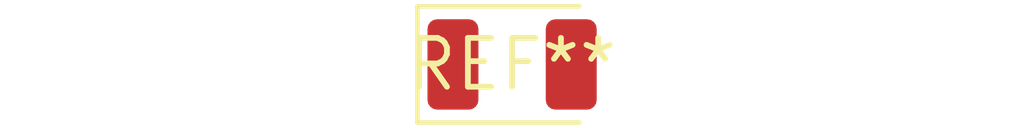
<source format=kicad_pcb>
(kicad_pcb (version 20240108) (generator pcbnew)
  (layers (0 "F.Cu" signal) (31 "B.Cu" signal) (34 "B.Paste" user) (35 "F.Paste" user) (36 "B.SilkS" user "B.Silkscreen") (37 "F.SilkS" user "F.Silkscreen") (38 "B.Mask" user) (39 "F.Mask" user) (44 "Edge.Cuts" user))
  (net 0 "")
  (footprint "CP_EIA-3528-21_Kemet-B" (layer "F.Cu") (at 0 0)
    (property "Reference" "REF**")
    (property "Value" "CP_EIA-3528-21_Kemet-B")
    (fp_line (start -2.46 -1.51) (end -2.46 1.51) (layer "F.SilkS") (stroke (width 0.12)))
    (fp_line (start -2.46 1.51) (end 1.75 1.51) (layer "F.SilkS") (stroke (width 0.12)))
    (fp_line (start 1.75 -1.51) (end -2.46 -1.51) (layer "F.SilkS") (stroke (width 0.12)))
    (pad "1" smd roundrect (at -1.5375 0) (size 1.325 2.35) (layers "F.Cu" "F.Paste" "F.Mask") (roundrect_rratio 0.188679))
    (pad "2" smd roundrect (at 1.5375 0) (size 1.325 2.35) (layers "F.Cu" "F.Paste" "F.Mask") (roundrect_rratio 0.188679))
  )
)
</source>
